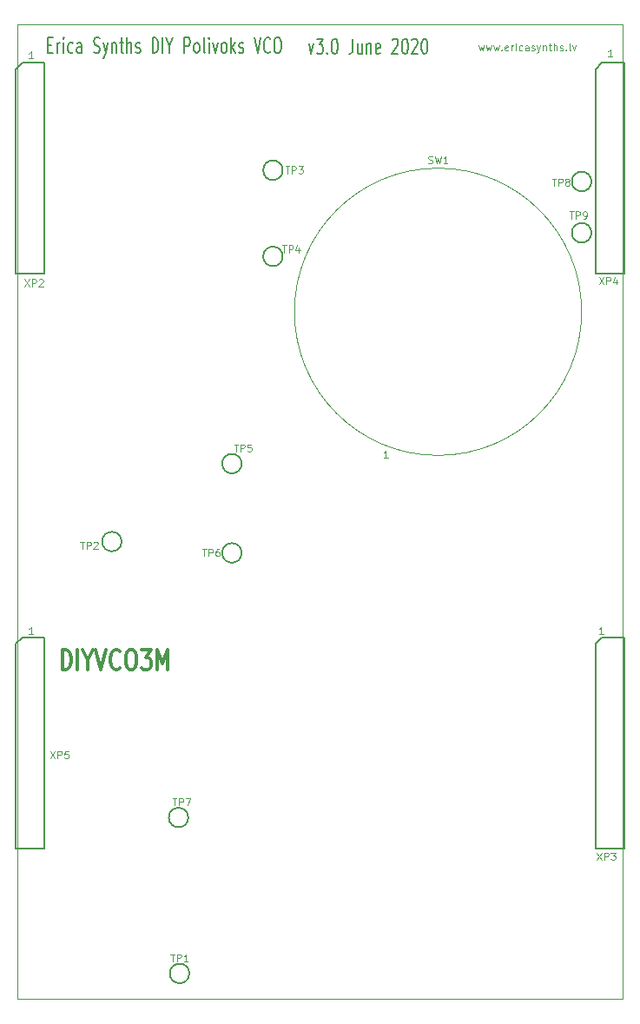
<source format=gto>
G04 #@! TF.GenerationSoftware,KiCad,Pcbnew,(5.0.0-rc2-dev)*
G04 #@! TF.CreationDate,2020-06-18T08:20:37+03:00*
G04 #@! TF.ProjectId,DIYVCO3M,44495956434F334D2E6B696361645F70,rev?*
G04 #@! TF.SameCoordinates,PX5e69ec0PY81b3200*
G04 #@! TF.FileFunction,Legend,Top*
G04 #@! TF.FilePolarity,Positive*
%FSLAX46Y46*%
G04 Gerber Fmt 4.6, Leading zero omitted, Abs format (unit mm)*
G04 Created by KiCad (PCBNEW (5.0.0-rc2-dev)) date Thu Jun 18 08:20:37 2020*
%MOMM*%
%LPD*%
G01*
G04 APERTURE LIST*
%ADD10C,0.300000*%
%ADD11C,0.200000*%
%ADD12C,0.100000*%
%ADD13C,0.120000*%
%ADD14C,0.150000*%
G04 APERTURE END LIST*
D10*
X4357142Y32095239D02*
X4357142Y34095239D01*
X4714285Y34095239D01*
X4928571Y34000000D01*
X5071428Y33809524D01*
X5142857Y33619048D01*
X5214285Y33238096D01*
X5214285Y32952381D01*
X5142857Y32571429D01*
X5071428Y32380953D01*
X4928571Y32190477D01*
X4714285Y32095239D01*
X4357142Y32095239D01*
X5857142Y32095239D02*
X5857142Y34095239D01*
X6857142Y33047620D02*
X6857142Y32095239D01*
X6357142Y34095239D02*
X6857142Y33047620D01*
X7357142Y34095239D01*
X7642857Y34095239D02*
X8142857Y32095239D01*
X8642857Y34095239D01*
X10000000Y32285715D02*
X9928571Y32190477D01*
X9714285Y32095239D01*
X9571428Y32095239D01*
X9357142Y32190477D01*
X9214285Y32380953D01*
X9142857Y32571429D01*
X9071428Y32952381D01*
X9071428Y33238096D01*
X9142857Y33619048D01*
X9214285Y33809524D01*
X9357142Y34000000D01*
X9571428Y34095239D01*
X9714285Y34095239D01*
X9928571Y34000000D01*
X10000000Y33904762D01*
X10928571Y34095239D02*
X11214285Y34095239D01*
X11357142Y34000000D01*
X11500000Y33809524D01*
X11571428Y33428572D01*
X11571428Y32761905D01*
X11500000Y32380953D01*
X11357142Y32190477D01*
X11214285Y32095239D01*
X10928571Y32095239D01*
X10785714Y32190477D01*
X10642857Y32380953D01*
X10571428Y32761905D01*
X10571428Y33428572D01*
X10642857Y33809524D01*
X10785714Y34000000D01*
X10928571Y34095239D01*
X12071428Y34095239D02*
X13000000Y34095239D01*
X12500000Y33333334D01*
X12714285Y33333334D01*
X12857142Y33238096D01*
X12928571Y33142858D01*
X13000000Y32952381D01*
X13000000Y32476191D01*
X12928571Y32285715D01*
X12857142Y32190477D01*
X12714285Y32095239D01*
X12285714Y32095239D01*
X12142857Y32190477D01*
X12071428Y32285715D01*
X13642857Y32095239D02*
X13642857Y34095239D01*
X14142857Y32666667D01*
X14642857Y34095239D01*
X14642857Y32095239D01*
D11*
X28390476Y93121429D02*
X28628571Y92121429D01*
X28866666Y93121429D01*
X29152380Y93621429D02*
X29771428Y93621429D01*
X29438095Y93050000D01*
X29580952Y93050000D01*
X29676190Y92978572D01*
X29723809Y92907143D01*
X29771428Y92764286D01*
X29771428Y92407143D01*
X29723809Y92264286D01*
X29676190Y92192858D01*
X29580952Y92121429D01*
X29295238Y92121429D01*
X29200000Y92192858D01*
X29152380Y92264286D01*
X30200000Y92264286D02*
X30247619Y92192858D01*
X30200000Y92121429D01*
X30152380Y92192858D01*
X30200000Y92264286D01*
X30200000Y92121429D01*
X30866666Y93621429D02*
X30961904Y93621429D01*
X31057142Y93550000D01*
X31104761Y93478572D01*
X31152380Y93335715D01*
X31200000Y93050000D01*
X31200000Y92692858D01*
X31152380Y92407143D01*
X31104761Y92264286D01*
X31057142Y92192858D01*
X30961904Y92121429D01*
X30866666Y92121429D01*
X30771428Y92192858D01*
X30723809Y92264286D01*
X30676190Y92407143D01*
X30628571Y92692858D01*
X30628571Y93050000D01*
X30676190Y93335715D01*
X30723809Y93478572D01*
X30771428Y93550000D01*
X30866666Y93621429D01*
X32676190Y93621429D02*
X32676190Y92550000D01*
X32628571Y92335715D01*
X32533333Y92192858D01*
X32390476Y92121429D01*
X32295238Y92121429D01*
X33580952Y93121429D02*
X33580952Y92121429D01*
X33152380Y93121429D02*
X33152380Y92335715D01*
X33200000Y92192858D01*
X33295238Y92121429D01*
X33438095Y92121429D01*
X33533333Y92192858D01*
X33580952Y92264286D01*
X34057142Y93121429D02*
X34057142Y92121429D01*
X34057142Y92978572D02*
X34104761Y93050000D01*
X34200000Y93121429D01*
X34342857Y93121429D01*
X34438095Y93050000D01*
X34485714Y92907143D01*
X34485714Y92121429D01*
X35342857Y92192858D02*
X35247619Y92121429D01*
X35057142Y92121429D01*
X34961904Y92192858D01*
X34914285Y92335715D01*
X34914285Y92907143D01*
X34961904Y93050000D01*
X35057142Y93121429D01*
X35247619Y93121429D01*
X35342857Y93050000D01*
X35390476Y92907143D01*
X35390476Y92764286D01*
X34914285Y92621429D01*
X36533333Y93478572D02*
X36580952Y93550000D01*
X36676190Y93621429D01*
X36914285Y93621429D01*
X37009523Y93550000D01*
X37057142Y93478572D01*
X37104761Y93335715D01*
X37104761Y93192858D01*
X37057142Y92978572D01*
X36485714Y92121429D01*
X37104761Y92121429D01*
X37723809Y93621429D02*
X37819047Y93621429D01*
X37914285Y93550000D01*
X37961904Y93478572D01*
X38009523Y93335715D01*
X38057142Y93050000D01*
X38057142Y92692858D01*
X38009523Y92407143D01*
X37961904Y92264286D01*
X37914285Y92192858D01*
X37819047Y92121429D01*
X37723809Y92121429D01*
X37628571Y92192858D01*
X37580952Y92264286D01*
X37533333Y92407143D01*
X37485714Y92692858D01*
X37485714Y93050000D01*
X37533333Y93335715D01*
X37580952Y93478572D01*
X37628571Y93550000D01*
X37723809Y93621429D01*
X38438095Y93478572D02*
X38485714Y93550000D01*
X38580952Y93621429D01*
X38819047Y93621429D01*
X38914285Y93550000D01*
X38961904Y93478572D01*
X39009523Y93335715D01*
X39009523Y93192858D01*
X38961904Y92978572D01*
X38390476Y92121429D01*
X39009523Y92121429D01*
X39628571Y93621429D02*
X39723809Y93621429D01*
X39819047Y93550000D01*
X39866666Y93478572D01*
X39914285Y93335715D01*
X39961904Y93050000D01*
X39961904Y92692858D01*
X39914285Y92407143D01*
X39866666Y92264286D01*
X39819047Y92192858D01*
X39723809Y92121429D01*
X39628571Y92121429D01*
X39533333Y92192858D01*
X39485714Y92264286D01*
X39438095Y92407143D01*
X39390476Y92692858D01*
X39390476Y93050000D01*
X39438095Y93335715D01*
X39485714Y93478572D01*
X39533333Y93550000D01*
X39628571Y93621429D01*
X2966666Y93007143D02*
X3300000Y93007143D01*
X3442857Y92221429D02*
X2966666Y92221429D01*
X2966666Y93721429D01*
X3442857Y93721429D01*
X3871428Y92221429D02*
X3871428Y93221429D01*
X3871428Y92935715D02*
X3919047Y93078572D01*
X3966666Y93150000D01*
X4061904Y93221429D01*
X4157142Y93221429D01*
X4490476Y92221429D02*
X4490476Y93221429D01*
X4490476Y93721429D02*
X4442857Y93650000D01*
X4490476Y93578572D01*
X4538095Y93650000D01*
X4490476Y93721429D01*
X4490476Y93578572D01*
X5395238Y92292858D02*
X5300000Y92221429D01*
X5109523Y92221429D01*
X5014285Y92292858D01*
X4966666Y92364286D01*
X4919047Y92507143D01*
X4919047Y92935715D01*
X4966666Y93078572D01*
X5014285Y93150000D01*
X5109523Y93221429D01*
X5300000Y93221429D01*
X5395238Y93150000D01*
X6252380Y92221429D02*
X6252380Y93007143D01*
X6204761Y93150000D01*
X6109523Y93221429D01*
X5919047Y93221429D01*
X5823809Y93150000D01*
X6252380Y92292858D02*
X6157142Y92221429D01*
X5919047Y92221429D01*
X5823809Y92292858D01*
X5776190Y92435715D01*
X5776190Y92578572D01*
X5823809Y92721429D01*
X5919047Y92792858D01*
X6157142Y92792858D01*
X6252380Y92864286D01*
X7442857Y92292858D02*
X7585714Y92221429D01*
X7823809Y92221429D01*
X7919047Y92292858D01*
X7966666Y92364286D01*
X8014285Y92507143D01*
X8014285Y92650000D01*
X7966666Y92792858D01*
X7919047Y92864286D01*
X7823809Y92935715D01*
X7633333Y93007143D01*
X7538095Y93078572D01*
X7490476Y93150000D01*
X7442857Y93292858D01*
X7442857Y93435715D01*
X7490476Y93578572D01*
X7538095Y93650000D01*
X7633333Y93721429D01*
X7871428Y93721429D01*
X8014285Y93650000D01*
X8347619Y93221429D02*
X8585714Y92221429D01*
X8823809Y93221429D02*
X8585714Y92221429D01*
X8490476Y91864286D01*
X8442857Y91792858D01*
X8347619Y91721429D01*
X9204761Y93221429D02*
X9204761Y92221429D01*
X9204761Y93078572D02*
X9252380Y93150000D01*
X9347619Y93221429D01*
X9490476Y93221429D01*
X9585714Y93150000D01*
X9633333Y93007143D01*
X9633333Y92221429D01*
X9966666Y93221429D02*
X10347619Y93221429D01*
X10109523Y93721429D02*
X10109523Y92435715D01*
X10157142Y92292858D01*
X10252380Y92221429D01*
X10347619Y92221429D01*
X10680952Y92221429D02*
X10680952Y93721429D01*
X11109523Y92221429D02*
X11109523Y93007143D01*
X11061904Y93150000D01*
X10966666Y93221429D01*
X10823809Y93221429D01*
X10728571Y93150000D01*
X10680952Y93078572D01*
X11538095Y92292858D02*
X11633333Y92221429D01*
X11823809Y92221429D01*
X11919047Y92292858D01*
X11966666Y92435715D01*
X11966666Y92507143D01*
X11919047Y92650000D01*
X11823809Y92721429D01*
X11680952Y92721429D01*
X11585714Y92792858D01*
X11538095Y92935715D01*
X11538095Y93007143D01*
X11585714Y93150000D01*
X11680952Y93221429D01*
X11823809Y93221429D01*
X11919047Y93150000D01*
X13157142Y92221429D02*
X13157142Y93721429D01*
X13395238Y93721429D01*
X13538095Y93650000D01*
X13633333Y93507143D01*
X13680952Y93364286D01*
X13728571Y93078572D01*
X13728571Y92864286D01*
X13680952Y92578572D01*
X13633333Y92435715D01*
X13538095Y92292858D01*
X13395238Y92221429D01*
X13157142Y92221429D01*
X14157142Y92221429D02*
X14157142Y93721429D01*
X14823809Y92935715D02*
X14823809Y92221429D01*
X14490476Y93721429D02*
X14823809Y92935715D01*
X15157142Y93721429D01*
X16252380Y92221429D02*
X16252380Y93721429D01*
X16633333Y93721429D01*
X16728571Y93650000D01*
X16776190Y93578572D01*
X16823809Y93435715D01*
X16823809Y93221429D01*
X16776190Y93078572D01*
X16728571Y93007143D01*
X16633333Y92935715D01*
X16252380Y92935715D01*
X17395238Y92221429D02*
X17300000Y92292858D01*
X17252380Y92364286D01*
X17204761Y92507143D01*
X17204761Y92935715D01*
X17252380Y93078572D01*
X17300000Y93150000D01*
X17395238Y93221429D01*
X17538095Y93221429D01*
X17633333Y93150000D01*
X17680952Y93078572D01*
X17728571Y92935715D01*
X17728571Y92507143D01*
X17680952Y92364286D01*
X17633333Y92292858D01*
X17538095Y92221429D01*
X17395238Y92221429D01*
X18300000Y92221429D02*
X18204761Y92292858D01*
X18157142Y92435715D01*
X18157142Y93721429D01*
X18680952Y92221429D02*
X18680952Y93221429D01*
X18680952Y93721429D02*
X18633333Y93650000D01*
X18680952Y93578572D01*
X18728571Y93650000D01*
X18680952Y93721429D01*
X18680952Y93578572D01*
X19061904Y93221429D02*
X19300000Y92221429D01*
X19538095Y93221429D01*
X20061904Y92221429D02*
X19966666Y92292858D01*
X19919047Y92364286D01*
X19871428Y92507143D01*
X19871428Y92935715D01*
X19919047Y93078572D01*
X19966666Y93150000D01*
X20061904Y93221429D01*
X20204761Y93221429D01*
X20300000Y93150000D01*
X20347619Y93078572D01*
X20395238Y92935715D01*
X20395238Y92507143D01*
X20347619Y92364286D01*
X20300000Y92292858D01*
X20204761Y92221429D01*
X20061904Y92221429D01*
X20823809Y92221429D02*
X20823809Y93721429D01*
X20919047Y92792858D02*
X21204761Y92221429D01*
X21204761Y93221429D02*
X20823809Y92650000D01*
X21585714Y92292858D02*
X21680952Y92221429D01*
X21871428Y92221429D01*
X21966666Y92292858D01*
X22014285Y92435715D01*
X22014285Y92507143D01*
X21966666Y92650000D01*
X21871428Y92721429D01*
X21728571Y92721429D01*
X21633333Y92792858D01*
X21585714Y92935715D01*
X21585714Y93007143D01*
X21633333Y93150000D01*
X21728571Y93221429D01*
X21871428Y93221429D01*
X21966666Y93150000D01*
X23061904Y93721429D02*
X23395238Y92221429D01*
X23728571Y93721429D01*
X24633333Y92364286D02*
X24585714Y92292858D01*
X24442857Y92221429D01*
X24347619Y92221429D01*
X24204761Y92292858D01*
X24109523Y92435715D01*
X24061904Y92578572D01*
X24014285Y92864286D01*
X24014285Y93078572D01*
X24061904Y93364286D01*
X24109523Y93507143D01*
X24204761Y93650000D01*
X24347619Y93721429D01*
X24442857Y93721429D01*
X24585714Y93650000D01*
X24633333Y93578572D01*
X25252380Y93721429D02*
X25442857Y93721429D01*
X25538095Y93650000D01*
X25633333Y93507143D01*
X25680952Y93221429D01*
X25680952Y92721429D01*
X25633333Y92435715D01*
X25538095Y92292858D01*
X25442857Y92221429D01*
X25252380Y92221429D01*
X25157142Y92292858D01*
X25061904Y92435715D01*
X25014285Y92721429D01*
X25014285Y93221429D01*
X25061904Y93507143D01*
X25157142Y93650000D01*
X25252380Y93721429D01*
D12*
X44950000Y92950000D02*
X45083333Y92483334D01*
X45216666Y92816667D01*
X45350000Y92483334D01*
X45483333Y92950000D01*
X45683333Y92950000D02*
X45816666Y92483334D01*
X45950000Y92816667D01*
X46083333Y92483334D01*
X46216666Y92950000D01*
X46416666Y92950000D02*
X46550000Y92483334D01*
X46683333Y92816667D01*
X46816666Y92483334D01*
X46950000Y92950000D01*
X47216666Y92550000D02*
X47250000Y92516667D01*
X47216666Y92483334D01*
X47183333Y92516667D01*
X47216666Y92550000D01*
X47216666Y92483334D01*
X47816666Y92516667D02*
X47750000Y92483334D01*
X47616666Y92483334D01*
X47550000Y92516667D01*
X47516666Y92583334D01*
X47516666Y92850000D01*
X47550000Y92916667D01*
X47616666Y92950000D01*
X47750000Y92950000D01*
X47816666Y92916667D01*
X47850000Y92850000D01*
X47850000Y92783334D01*
X47516666Y92716667D01*
X48150000Y92483334D02*
X48150000Y92950000D01*
X48150000Y92816667D02*
X48183333Y92883334D01*
X48216666Y92916667D01*
X48283333Y92950000D01*
X48350000Y92950000D01*
X48583333Y92483334D02*
X48583333Y92950000D01*
X48583333Y93183334D02*
X48550000Y93150000D01*
X48583333Y93116667D01*
X48616666Y93150000D01*
X48583333Y93183334D01*
X48583333Y93116667D01*
X49216666Y92516667D02*
X49150000Y92483334D01*
X49016666Y92483334D01*
X48950000Y92516667D01*
X48916666Y92550000D01*
X48883333Y92616667D01*
X48883333Y92816667D01*
X48916666Y92883334D01*
X48950000Y92916667D01*
X49016666Y92950000D01*
X49150000Y92950000D01*
X49216666Y92916667D01*
X49816666Y92483334D02*
X49816666Y92850000D01*
X49783333Y92916667D01*
X49716666Y92950000D01*
X49583333Y92950000D01*
X49516666Y92916667D01*
X49816666Y92516667D02*
X49750000Y92483334D01*
X49583333Y92483334D01*
X49516666Y92516667D01*
X49483333Y92583334D01*
X49483333Y92650000D01*
X49516666Y92716667D01*
X49583333Y92750000D01*
X49750000Y92750000D01*
X49816666Y92783334D01*
X50116666Y92516667D02*
X50183333Y92483334D01*
X50316666Y92483334D01*
X50383333Y92516667D01*
X50416666Y92583334D01*
X50416666Y92616667D01*
X50383333Y92683334D01*
X50316666Y92716667D01*
X50216666Y92716667D01*
X50150000Y92750000D01*
X50116666Y92816667D01*
X50116666Y92850000D01*
X50150000Y92916667D01*
X50216666Y92950000D01*
X50316666Y92950000D01*
X50383333Y92916667D01*
X50650000Y92950000D02*
X50816666Y92483334D01*
X50983333Y92950000D02*
X50816666Y92483334D01*
X50750000Y92316667D01*
X50716666Y92283334D01*
X50650000Y92250000D01*
X51250000Y92950000D02*
X51250000Y92483334D01*
X51250000Y92883334D02*
X51283333Y92916667D01*
X51350000Y92950000D01*
X51450000Y92950000D01*
X51516666Y92916667D01*
X51550000Y92850000D01*
X51550000Y92483334D01*
X51783333Y92950000D02*
X52050000Y92950000D01*
X51883333Y93183334D02*
X51883333Y92583334D01*
X51916666Y92516667D01*
X51983333Y92483334D01*
X52050000Y92483334D01*
X52283333Y92483334D02*
X52283333Y93183334D01*
X52583333Y92483334D02*
X52583333Y92850000D01*
X52550000Y92916667D01*
X52483333Y92950000D01*
X52383333Y92950000D01*
X52316666Y92916667D01*
X52283333Y92883334D01*
X52883333Y92516667D02*
X52950000Y92483334D01*
X53083333Y92483334D01*
X53150000Y92516667D01*
X53183333Y92583334D01*
X53183333Y92616667D01*
X53150000Y92683334D01*
X53083333Y92716667D01*
X52983333Y92716667D01*
X52916666Y92750000D01*
X52883333Y92816667D01*
X52883333Y92850000D01*
X52916666Y92916667D01*
X52983333Y92950000D01*
X53083333Y92950000D01*
X53150000Y92916667D01*
X53483333Y92550000D02*
X53516666Y92516667D01*
X53483333Y92483334D01*
X53450000Y92516667D01*
X53483333Y92550000D01*
X53483333Y92483334D01*
X53916666Y92483334D02*
X53850000Y92516667D01*
X53816666Y92583334D01*
X53816666Y93183334D01*
X54116666Y92950000D02*
X54283333Y92483334D01*
X54450000Y92950000D01*
X1500000Y91683334D02*
X1100000Y91683334D01*
X1300000Y91683334D02*
X1300000Y92383334D01*
X1233333Y92283334D01*
X1166666Y92216667D01*
X1100000Y92183334D01*
X58000000Y91883334D02*
X57600000Y91883334D01*
X57800000Y91883334D02*
X57800000Y92583334D01*
X57733333Y92483334D01*
X57666666Y92416667D01*
X57600000Y92383334D01*
X57100000Y35583334D02*
X56700000Y35583334D01*
X56900000Y35583334D02*
X56900000Y36283334D01*
X56833333Y36183334D01*
X56766666Y36116667D01*
X56700000Y36083334D01*
X1500000Y35583334D02*
X1100000Y35583334D01*
X1300000Y35583334D02*
X1300000Y36283334D01*
X1233333Y36183334D01*
X1166666Y36116667D01*
X1100000Y36083334D01*
X0Y95000000D02*
X0Y0D01*
X59000000Y95000000D02*
X0Y95000000D01*
X59000000Y0D02*
X59000000Y95000000D01*
X0Y0D02*
X59000000Y0D01*
D13*
X55000000Y67000000D02*
G75*
G03X55000000Y67000000I-14000000J0D01*
G01*
D14*
X16750000Y2500000D02*
G75*
G03X16750000Y2500000I-950000J0D01*
G01*
X10150000Y44600000D02*
G75*
G03X10150000Y44600000I-950000J0D01*
G01*
X25850000Y80800000D02*
G75*
G03X25850000Y80800000I-950000J0D01*
G01*
X25850000Y72400000D02*
G75*
G03X25850000Y72400000I-950000J0D01*
G01*
X21850000Y52200000D02*
G75*
G03X21850000Y52200000I-950000J0D01*
G01*
X21850000Y43500000D02*
G75*
G03X21850000Y43500000I-950000J0D01*
G01*
X-147000Y70713000D02*
X2647000Y70713000D01*
X-147000Y90652000D02*
X-147000Y70713000D01*
X488000Y91287000D02*
X-147000Y90652000D01*
X2647000Y91287000D02*
X488000Y91287000D01*
X2647000Y70713000D02*
X2647000Y91287000D01*
X56353000Y14713000D02*
X59147000Y14713000D01*
X56353000Y34652000D02*
X56353000Y14713000D01*
X56988000Y35287000D02*
X56353000Y34652000D01*
X59147000Y35287000D02*
X56988000Y35287000D01*
X59147000Y14713000D02*
X59147000Y35287000D01*
X59147000Y70713000D02*
X59147000Y91287000D01*
X59147000Y91287000D02*
X56988000Y91287000D01*
X56988000Y91287000D02*
X56353000Y90652000D01*
X56353000Y90652000D02*
X56353000Y70713000D01*
X56353000Y70713000D02*
X59147000Y70713000D01*
X2647000Y14713000D02*
X2647000Y35287000D01*
X2647000Y35287000D02*
X488000Y35287000D01*
X488000Y35287000D02*
X-147000Y34652000D01*
X-147000Y34652000D02*
X-147000Y14713000D01*
X-147000Y14713000D02*
X2647000Y14713000D01*
X16650000Y17700000D02*
G75*
G03X16650000Y17700000I-950000J0D01*
G01*
X55950000Y79700000D02*
G75*
G03X55950000Y79700000I-950000J0D01*
G01*
X55950000Y74700000D02*
G75*
G03X55950000Y74700000I-950000J0D01*
G01*
D12*
X36100000Y52783334D02*
X35700000Y52783334D01*
X35900000Y52783334D02*
X35900000Y53483334D01*
X35833333Y53383334D01*
X35766666Y53316667D01*
X35700000Y53283334D01*
X40066666Y81516667D02*
X40166666Y81483334D01*
X40333333Y81483334D01*
X40400000Y81516667D01*
X40433333Y81550000D01*
X40466666Y81616667D01*
X40466666Y81683334D01*
X40433333Y81750000D01*
X40400000Y81783334D01*
X40333333Y81816667D01*
X40200000Y81850000D01*
X40133333Y81883334D01*
X40100000Y81916667D01*
X40066666Y81983334D01*
X40066666Y82050000D01*
X40100000Y82116667D01*
X40133333Y82150000D01*
X40200000Y82183334D01*
X40366666Y82183334D01*
X40466666Y82150000D01*
X40700000Y82183334D02*
X40866666Y81483334D01*
X41000000Y81983334D01*
X41133333Y81483334D01*
X41300000Y82183334D01*
X41933333Y81483334D02*
X41533333Y81483334D01*
X41733333Y81483334D02*
X41733333Y82183334D01*
X41666666Y82083334D01*
X41600000Y82016667D01*
X41533333Y81983334D01*
X14916666Y4383334D02*
X15316666Y4383334D01*
X15116666Y3683334D02*
X15116666Y4383334D01*
X15550000Y3683334D02*
X15550000Y4383334D01*
X15816666Y4383334D01*
X15883333Y4350000D01*
X15916666Y4316667D01*
X15950000Y4250000D01*
X15950000Y4150000D01*
X15916666Y4083334D01*
X15883333Y4050000D01*
X15816666Y4016667D01*
X15550000Y4016667D01*
X16616666Y3683334D02*
X16216666Y3683334D01*
X16416666Y3683334D02*
X16416666Y4383334D01*
X16350000Y4283334D01*
X16283333Y4216667D01*
X16216666Y4183334D01*
X6116666Y44583334D02*
X6516666Y44583334D01*
X6316666Y43883334D02*
X6316666Y44583334D01*
X6750000Y43883334D02*
X6750000Y44583334D01*
X7016666Y44583334D01*
X7083333Y44550000D01*
X7116666Y44516667D01*
X7150000Y44450000D01*
X7150000Y44350000D01*
X7116666Y44283334D01*
X7083333Y44250000D01*
X7016666Y44216667D01*
X6750000Y44216667D01*
X7416666Y44516667D02*
X7450000Y44550000D01*
X7516666Y44583334D01*
X7683333Y44583334D01*
X7750000Y44550000D01*
X7783333Y44516667D01*
X7816666Y44450000D01*
X7816666Y44383334D01*
X7783333Y44283334D01*
X7383333Y43883334D01*
X7816666Y43883334D01*
X26116666Y81183334D02*
X26516666Y81183334D01*
X26316666Y80483334D02*
X26316666Y81183334D01*
X26750000Y80483334D02*
X26750000Y81183334D01*
X27016666Y81183334D01*
X27083333Y81150000D01*
X27116666Y81116667D01*
X27150000Y81050000D01*
X27150000Y80950000D01*
X27116666Y80883334D01*
X27083333Y80850000D01*
X27016666Y80816667D01*
X26750000Y80816667D01*
X27383333Y81183334D02*
X27816666Y81183334D01*
X27583333Y80916667D01*
X27683333Y80916667D01*
X27750000Y80883334D01*
X27783333Y80850000D01*
X27816666Y80783334D01*
X27816666Y80616667D01*
X27783333Y80550000D01*
X27750000Y80516667D01*
X27683333Y80483334D01*
X27483333Y80483334D01*
X27416666Y80516667D01*
X27383333Y80550000D01*
X25816666Y73483334D02*
X26216666Y73483334D01*
X26016666Y72783334D02*
X26016666Y73483334D01*
X26450000Y72783334D02*
X26450000Y73483334D01*
X26716666Y73483334D01*
X26783333Y73450000D01*
X26816666Y73416667D01*
X26850000Y73350000D01*
X26850000Y73250000D01*
X26816666Y73183334D01*
X26783333Y73150000D01*
X26716666Y73116667D01*
X26450000Y73116667D01*
X27450000Y73250000D02*
X27450000Y72783334D01*
X27283333Y73516667D02*
X27116666Y73016667D01*
X27550000Y73016667D01*
X21116666Y54083334D02*
X21516666Y54083334D01*
X21316666Y53383334D02*
X21316666Y54083334D01*
X21750000Y53383334D02*
X21750000Y54083334D01*
X22016666Y54083334D01*
X22083333Y54050000D01*
X22116666Y54016667D01*
X22150000Y53950000D01*
X22150000Y53850000D01*
X22116666Y53783334D01*
X22083333Y53750000D01*
X22016666Y53716667D01*
X21750000Y53716667D01*
X22783333Y54083334D02*
X22450000Y54083334D01*
X22416666Y53750000D01*
X22450000Y53783334D01*
X22516666Y53816667D01*
X22683333Y53816667D01*
X22750000Y53783334D01*
X22783333Y53750000D01*
X22816666Y53683334D01*
X22816666Y53516667D01*
X22783333Y53450000D01*
X22750000Y53416667D01*
X22683333Y53383334D01*
X22516666Y53383334D01*
X22450000Y53416667D01*
X22416666Y53450000D01*
X18016666Y43883334D02*
X18416666Y43883334D01*
X18216666Y43183334D02*
X18216666Y43883334D01*
X18650000Y43183334D02*
X18650000Y43883334D01*
X18916666Y43883334D01*
X18983333Y43850000D01*
X19016666Y43816667D01*
X19050000Y43750000D01*
X19050000Y43650000D01*
X19016666Y43583334D01*
X18983333Y43550000D01*
X18916666Y43516667D01*
X18650000Y43516667D01*
X19650000Y43883334D02*
X19516666Y43883334D01*
X19450000Y43850000D01*
X19416666Y43816667D01*
X19350000Y43716667D01*
X19316666Y43583334D01*
X19316666Y43316667D01*
X19350000Y43250000D01*
X19383333Y43216667D01*
X19450000Y43183334D01*
X19583333Y43183334D01*
X19650000Y43216667D01*
X19683333Y43250000D01*
X19716666Y43316667D01*
X19716666Y43483334D01*
X19683333Y43550000D01*
X19650000Y43583334D01*
X19583333Y43616667D01*
X19450000Y43616667D01*
X19383333Y43583334D01*
X19350000Y43550000D01*
X19316666Y43483334D01*
X683333Y70183334D02*
X1150000Y69483334D01*
X1150000Y70183334D02*
X683333Y69483334D01*
X1416666Y69483334D02*
X1416666Y70183334D01*
X1683333Y70183334D01*
X1750000Y70150000D01*
X1783333Y70116667D01*
X1816666Y70050000D01*
X1816666Y69950000D01*
X1783333Y69883334D01*
X1750000Y69850000D01*
X1683333Y69816667D01*
X1416666Y69816667D01*
X2083333Y70116667D02*
X2116666Y70150000D01*
X2183333Y70183334D01*
X2350000Y70183334D01*
X2416666Y70150000D01*
X2450000Y70116667D01*
X2483333Y70050000D01*
X2483333Y69983334D01*
X2450000Y69883334D01*
X2050000Y69483334D01*
X2483333Y69483334D01*
X56483333Y14283334D02*
X56950000Y13583334D01*
X56950000Y14283334D02*
X56483333Y13583334D01*
X57216666Y13583334D02*
X57216666Y14283334D01*
X57483333Y14283334D01*
X57550000Y14250000D01*
X57583333Y14216667D01*
X57616666Y14150000D01*
X57616666Y14050000D01*
X57583333Y13983334D01*
X57550000Y13950000D01*
X57483333Y13916667D01*
X57216666Y13916667D01*
X57850000Y14283334D02*
X58283333Y14283334D01*
X58050000Y14016667D01*
X58150000Y14016667D01*
X58216666Y13983334D01*
X58250000Y13950000D01*
X58283333Y13883334D01*
X58283333Y13716667D01*
X58250000Y13650000D01*
X58216666Y13616667D01*
X58150000Y13583334D01*
X57950000Y13583334D01*
X57883333Y13616667D01*
X57850000Y13650000D01*
X56683333Y70383334D02*
X57150000Y69683334D01*
X57150000Y70383334D02*
X56683333Y69683334D01*
X57416666Y69683334D02*
X57416666Y70383334D01*
X57683333Y70383334D01*
X57750000Y70350000D01*
X57783333Y70316667D01*
X57816666Y70250000D01*
X57816666Y70150000D01*
X57783333Y70083334D01*
X57750000Y70050000D01*
X57683333Y70016667D01*
X57416666Y70016667D01*
X58416666Y70150000D02*
X58416666Y69683334D01*
X58250000Y70416667D02*
X58083333Y69916667D01*
X58516666Y69916667D01*
X3183333Y24183334D02*
X3650000Y23483334D01*
X3650000Y24183334D02*
X3183333Y23483334D01*
X3916666Y23483334D02*
X3916666Y24183334D01*
X4183333Y24183334D01*
X4250000Y24150000D01*
X4283333Y24116667D01*
X4316666Y24050000D01*
X4316666Y23950000D01*
X4283333Y23883334D01*
X4250000Y23850000D01*
X4183333Y23816667D01*
X3916666Y23816667D01*
X4950000Y24183334D02*
X4616666Y24183334D01*
X4583333Y23850000D01*
X4616666Y23883334D01*
X4683333Y23916667D01*
X4850000Y23916667D01*
X4916666Y23883334D01*
X4950000Y23850000D01*
X4983333Y23783334D01*
X4983333Y23616667D01*
X4950000Y23550000D01*
X4916666Y23516667D01*
X4850000Y23483334D01*
X4683333Y23483334D01*
X4616666Y23516667D01*
X4583333Y23550000D01*
X15116666Y19583334D02*
X15516666Y19583334D01*
X15316666Y18883334D02*
X15316666Y19583334D01*
X15750000Y18883334D02*
X15750000Y19583334D01*
X16016666Y19583334D01*
X16083333Y19550000D01*
X16116666Y19516667D01*
X16150000Y19450000D01*
X16150000Y19350000D01*
X16116666Y19283334D01*
X16083333Y19250000D01*
X16016666Y19216667D01*
X15750000Y19216667D01*
X16383333Y19583334D02*
X16850000Y19583334D01*
X16550000Y18883334D01*
X52116666Y79983334D02*
X52516666Y79983334D01*
X52316666Y79283334D02*
X52316666Y79983334D01*
X52750000Y79283334D02*
X52750000Y79983334D01*
X53016666Y79983334D01*
X53083333Y79950000D01*
X53116666Y79916667D01*
X53150000Y79850000D01*
X53150000Y79750000D01*
X53116666Y79683334D01*
X53083333Y79650000D01*
X53016666Y79616667D01*
X52750000Y79616667D01*
X53550000Y79683334D02*
X53483333Y79716667D01*
X53450000Y79750000D01*
X53416666Y79816667D01*
X53416666Y79850000D01*
X53450000Y79916667D01*
X53483333Y79950000D01*
X53550000Y79983334D01*
X53683333Y79983334D01*
X53750000Y79950000D01*
X53783333Y79916667D01*
X53816666Y79850000D01*
X53816666Y79816667D01*
X53783333Y79750000D01*
X53750000Y79716667D01*
X53683333Y79683334D01*
X53550000Y79683334D01*
X53483333Y79650000D01*
X53450000Y79616667D01*
X53416666Y79550000D01*
X53416666Y79416667D01*
X53450000Y79350000D01*
X53483333Y79316667D01*
X53550000Y79283334D01*
X53683333Y79283334D01*
X53750000Y79316667D01*
X53783333Y79350000D01*
X53816666Y79416667D01*
X53816666Y79550000D01*
X53783333Y79616667D01*
X53750000Y79650000D01*
X53683333Y79683334D01*
X53816666Y76783334D02*
X54216666Y76783334D01*
X54016666Y76083334D02*
X54016666Y76783334D01*
X54450000Y76083334D02*
X54450000Y76783334D01*
X54716666Y76783334D01*
X54783333Y76750000D01*
X54816666Y76716667D01*
X54850000Y76650000D01*
X54850000Y76550000D01*
X54816666Y76483334D01*
X54783333Y76450000D01*
X54716666Y76416667D01*
X54450000Y76416667D01*
X55183333Y76083334D02*
X55316666Y76083334D01*
X55383333Y76116667D01*
X55416666Y76150000D01*
X55483333Y76250000D01*
X55516666Y76383334D01*
X55516666Y76650000D01*
X55483333Y76716667D01*
X55450000Y76750000D01*
X55383333Y76783334D01*
X55250000Y76783334D01*
X55183333Y76750000D01*
X55150000Y76716667D01*
X55116666Y76650000D01*
X55116666Y76483334D01*
X55150000Y76416667D01*
X55183333Y76383334D01*
X55250000Y76350000D01*
X55383333Y76350000D01*
X55450000Y76383334D01*
X55483333Y76416667D01*
X55516666Y76483334D01*
M02*

</source>
